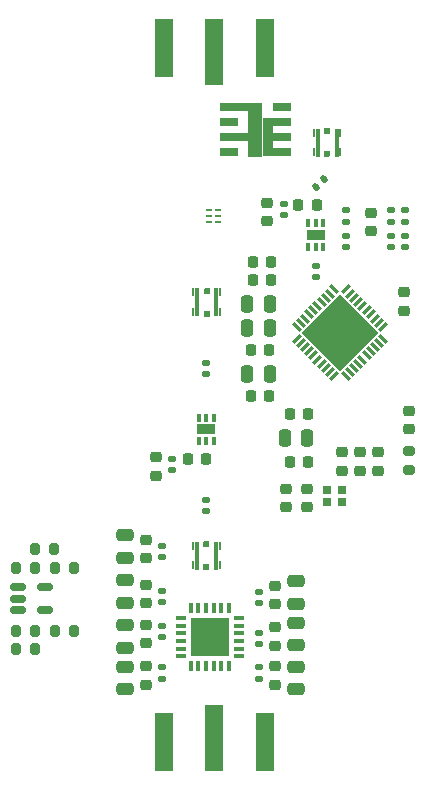
<source format=gtp>
%TF.GenerationSoftware,KiCad,Pcbnew,(6.0.1)*%
%TF.CreationDate,2022-03-10T13:17:56+01:00*%
%TF.ProjectId,XCOMMS_RF,58434f4d-4d53-45f5-9246-2e6b69636164,rev?*%
%TF.SameCoordinates,PX7ed6b40PY82a7440*%
%TF.FileFunction,Paste,Top*%
%TF.FilePolarity,Positive*%
%FSLAX46Y46*%
G04 Gerber Fmt 4.6, Leading zero omitted, Abs format (unit mm)*
G04 Created by KiCad (PCBNEW (6.0.1)) date 2022-03-10 13:17:56*
%MOMM*%
%LPD*%
G01*
G04 APERTURE LIST*
G04 Aperture macros list*
%AMRoundRect*
0 Rectangle with rounded corners*
0 $1 Rounding radius*
0 $2 $3 $4 $5 $6 $7 $8 $9 X,Y pos of 4 corners*
0 Add a 4 corners polygon primitive as box body*
4,1,4,$2,$3,$4,$5,$6,$7,$8,$9,$2,$3,0*
0 Add four circle primitives for the rounded corners*
1,1,$1+$1,$2,$3*
1,1,$1+$1,$4,$5*
1,1,$1+$1,$6,$7*
1,1,$1+$1,$8,$9*
0 Add four rect primitives between the rounded corners*
20,1,$1+$1,$2,$3,$4,$5,0*
20,1,$1+$1,$4,$5,$6,$7,0*
20,1,$1+$1,$6,$7,$8,$9,0*
20,1,$1+$1,$8,$9,$2,$3,0*%
%AMRotRect*
0 Rectangle, with rotation*
0 The origin of the aperture is its center*
0 $1 length*
0 $2 width*
0 $3 Rotation angle, in degrees counterclockwise*
0 Add horizontal line*
21,1,$1,$2,0,0,$3*%
%AMOutline5P*
0 Free polygon, 5 corners , with rotation*
0 The origin of the aperture is its center*
0 number of corners: always 5*
0 $1 to $10 corner X, Y*
0 $11 Rotation angle, in degrees counterclockwise*
0 create outline with 5 corners*
4,1,5,$1,$2,$3,$4,$5,$6,$7,$8,$9,$10,$1,$2,$11*%
%AMOutline6P*
0 Free polygon, 6 corners , with rotation*
0 The origin of the aperture is its center*
0 number of corners: always 6*
0 $1 to $12 corner X, Y*
0 $13 Rotation angle, in degrees counterclockwise*
0 create outline with 6 corners*
4,1,6,$1,$2,$3,$4,$5,$6,$7,$8,$9,$10,$11,$12,$1,$2,$13*%
%AMOutline7P*
0 Free polygon, 7 corners , with rotation*
0 The origin of the aperture is its center*
0 number of corners: always 7*
0 $1 to $14 corner X, Y*
0 $15 Rotation angle, in degrees counterclockwise*
0 create outline with 7 corners*
4,1,7,$1,$2,$3,$4,$5,$6,$7,$8,$9,$10,$11,$12,$13,$14,$1,$2,$15*%
%AMOutline8P*
0 Free polygon, 8 corners , with rotation*
0 The origin of the aperture is its center*
0 number of corners: always 8*
0 $1 to $16 corner X, Y*
0 $17 Rotation angle, in degrees counterclockwise*
0 create outline with 8 corners*
4,1,8,$1,$2,$3,$4,$5,$6,$7,$8,$9,$10,$11,$12,$13,$14,$15,$16,$1,$2,$17*%
G04 Aperture macros list end*
%ADD10C,0.000000*%
%ADD11RoundRect,0.225000X-0.250000X0.225000X-0.250000X-0.225000X0.250000X-0.225000X0.250000X0.225000X0*%
%ADD12RoundRect,0.250000X0.475000X-0.250000X0.475000X0.250000X-0.475000X0.250000X-0.475000X-0.250000X0*%
%ADD13RoundRect,0.250000X-0.475000X0.250000X-0.475000X-0.250000X0.475000X-0.250000X0.475000X0.250000X0*%
%ADD14RoundRect,0.135000X0.185000X-0.135000X0.185000X0.135000X-0.185000X0.135000X-0.185000X-0.135000X0*%
%ADD15R,1.500000X0.900000*%
%ADD16R,0.300000X0.700000*%
%ADD17RoundRect,0.140000X-0.170000X0.140000X-0.170000X-0.140000X0.170000X-0.140000X0.170000X0.140000X0*%
%ADD18R,3.250000X3.250000*%
%ADD19R,0.850000X0.350000*%
%ADD20R,0.350000X0.850000*%
%ADD21R,0.550000X0.250000*%
%ADD22RoundRect,0.225000X0.250000X-0.225000X0.250000X0.225000X-0.250000X0.225000X-0.250000X-0.225000X0*%
%ADD23RoundRect,0.140000X0.170000X-0.140000X0.170000X0.140000X-0.170000X0.140000X-0.170000X-0.140000X0*%
%ADD24R,0.250000X0.750000*%
%ADD25Outline5P,-0.125000X0.325000X-0.075000X0.375000X0.125000X0.375000X0.125000X-0.375000X-0.125000X-0.375000X0.000000*%
%ADD26Outline5P,-0.125000X0.375000X0.075000X0.375000X0.125000X0.325000X0.125000X-0.375000X-0.125000X-0.375000X0.000000*%
%ADD27Outline5P,-0.210000X1.116000X-0.126000X1.200000X0.210000X1.200000X0.210000X-1.200000X-0.210000X-1.200000X0.000000*%
%ADD28R,0.480000X0.500000*%
%ADD29Outline5P,-0.210000X1.200000X0.126000X1.200000X0.210000X1.116000X0.210000X-1.200000X-0.210000X-1.200000X0.000000*%
%ADD30Outline5P,-0.240000X0.154000X-0.144000X0.250000X0.240000X0.250000X0.240000X-0.250000X-0.240000X-0.250000X0.000000*%
%ADD31RoundRect,0.250000X-0.250000X-0.475000X0.250000X-0.475000X0.250000X0.475000X-0.250000X0.475000X0*%
%ADD32RoundRect,0.225000X-0.225000X-0.250000X0.225000X-0.250000X0.225000X0.250000X-0.225000X0.250000X0*%
%ADD33RoundRect,0.200000X0.200000X0.275000X-0.200000X0.275000X-0.200000X-0.275000X0.200000X-0.275000X0*%
%ADD34R,1.600000X4.900000*%
%ADD35R,1.500000X5.600000*%
%ADD36RoundRect,0.200000X-0.275000X0.200000X-0.275000X-0.200000X0.275000X-0.200000X0.275000X0.200000X0*%
%ADD37R,0.800000X0.700000*%
%ADD38RoundRect,0.200000X-0.200000X-0.275000X0.200000X-0.275000X0.200000X0.275000X-0.200000X0.275000X0*%
%ADD39Outline5P,-0.125000X0.325000X-0.075000X0.375000X0.125000X0.375000X0.125000X-0.375000X-0.125000X-0.375000X180.000000*%
%ADD40Outline5P,-0.125000X0.375000X0.075000X0.375000X0.125000X0.325000X0.125000X-0.375000X-0.125000X-0.375000X180.000000*%
%ADD41Outline5P,-0.210000X1.116000X-0.126000X1.200000X0.210000X1.200000X0.210000X-1.200000X-0.210000X-1.200000X180.000000*%
%ADD42Outline5P,-0.210000X1.200000X0.126000X1.200000X0.210000X1.116000X0.210000X-1.200000X-0.210000X-1.200000X180.000000*%
%ADD43Outline5P,-0.240000X0.154000X-0.144000X0.250000X0.240000X0.250000X0.240000X-0.250000X-0.240000X-0.250000X180.000000*%
%ADD44R,0.870000X3.300000*%
%ADD45R,1.270000X4.570000*%
%ADD46R,1.520000X0.760000*%
%ADD47R,2.390000X0.760000*%
%ADD48RoundRect,0.218750X0.218750X0.256250X-0.218750X0.256250X-0.218750X-0.256250X0.218750X-0.256250X0*%
%ADD49RotRect,4.600000X4.600000X135.000000*%
%ADD50RotRect,0.300000X0.900000X135.000000*%
%ADD51RotRect,0.300000X0.900000X225.000000*%
%ADD52RoundRect,0.140000X0.021213X-0.219203X0.219203X-0.021213X-0.021213X0.219203X-0.219203X0.021213X0*%
%ADD53RoundRect,0.150000X-0.512500X-0.150000X0.512500X-0.150000X0.512500X0.150000X-0.512500X0.150000X0*%
G04 APERTURE END LIST*
D10*
G36*
X21217952Y10604600D02*
G01*
X19792352Y10604600D01*
X19792352Y12030201D01*
X21217952Y12030201D01*
X21217952Y10604600D01*
G37*
G36*
X21217952Y12230200D02*
G01*
X19792352Y12230200D01*
X19792352Y13655801D01*
X21217952Y13655801D01*
X21217952Y12230200D01*
G37*
G36*
X19592352Y12230200D02*
G01*
X18166752Y12230200D01*
X18166752Y13655801D01*
X19592352Y13655801D01*
X19592352Y12230200D01*
G37*
G36*
X19592352Y10604600D02*
G01*
X18166752Y10604600D01*
X18166752Y12030201D01*
X19592352Y12030201D01*
X19592352Y10604600D01*
G37*
G36*
X33025163Y37900000D02*
G01*
X31051529Y35926366D01*
X29077896Y37900000D01*
X31051529Y39873633D01*
X33025163Y37900000D01*
G37*
D11*
%TO.C,C35*%
X25166456Y11425000D03*
X25166456Y12975000D03*
%TD*%
D12*
%TO.C,C12*%
X12499997Y9650004D03*
X12499997Y7750004D03*
%TD*%
D13*
%TO.C,C25*%
X12500002Y15050007D03*
X12500002Y16950007D03*
%TD*%
D14*
%TO.C,R4*%
X36245798Y48310000D03*
X36245798Y47290000D03*
%TD*%
D15*
%TO.C,U2*%
X19376005Y29727600D03*
D16*
X20026005Y28727600D03*
X19376005Y28727600D03*
X18726005Y28727600D03*
X18726005Y30727600D03*
X19376005Y30727600D03*
X20026005Y30727600D03*
%TD*%
D17*
%TO.C,C2*%
X19400008Y34420005D03*
X19400008Y35380005D03*
%TD*%
%TO.C,C34*%
X23866453Y11520000D03*
X23866453Y12480000D03*
%TD*%
D18*
%TO.C,U3*%
X19692362Y12130201D03*
D19*
X22142362Y13755201D03*
X22142362Y13105201D03*
X22142362Y12455201D03*
X22142362Y11805201D03*
X22142362Y11155201D03*
X22142362Y10505201D03*
D20*
X21317362Y9680201D03*
X20667362Y9680201D03*
X20017362Y9680201D03*
X19367362Y9680201D03*
X18717362Y9680201D03*
X18067362Y9680201D03*
D19*
X17242362Y10505201D03*
X17242362Y11155201D03*
X17242362Y11805201D03*
X17242362Y12455201D03*
X17242362Y13105201D03*
X17242362Y13755201D03*
D20*
X18067362Y14580201D03*
X18717362Y14580201D03*
X19367362Y14580201D03*
X20017362Y14580201D03*
X20667362Y14580201D03*
X21317362Y14580201D03*
%TD*%
D21*
%TO.C,FL1*%
X20408998Y48287000D03*
X20408998Y47787000D03*
X20408998Y47287000D03*
X19608998Y47287000D03*
X19608998Y47787000D03*
X19608998Y48287000D03*
%TD*%
D13*
%TO.C,C28*%
X26966457Y14949997D03*
X26966457Y16849997D03*
%TD*%
D12*
%TO.C,C20*%
X26999998Y9650000D03*
X26999998Y7750000D03*
%TD*%
D22*
%TO.C,C3*%
X15106798Y27356200D03*
X15106798Y25806200D03*
%TD*%
D11*
%TO.C,C16*%
X14300000Y18825005D03*
X14300000Y20375005D03*
%TD*%
%TO.C,C27*%
X25166456Y14925000D03*
X25166456Y16475000D03*
%TD*%
D23*
%TO.C,C42*%
X25920991Y48821315D03*
X25920991Y47861315D03*
%TD*%
D24*
%TO.C,TP1*%
X18288998Y39669211D03*
D25*
X18288999Y41319211D03*
D26*
X20538997Y41319211D03*
D24*
X20538998Y39669211D03*
D27*
X20203999Y40494211D03*
D28*
X19413998Y39534211D03*
D29*
X18623997Y40494211D03*
D30*
X19413998Y41454211D03*
%TD*%
D22*
%TO.C,C47*%
X36137998Y41323000D03*
X36137998Y39773000D03*
%TD*%
D31*
%TO.C,C9*%
X24750000Y40370200D03*
X22850000Y40370200D03*
%TD*%
D17*
%TO.C,C15*%
X15599998Y18920006D03*
X15599998Y19880006D03*
%TD*%
D32*
%TO.C,C13*%
X24875000Y42399998D03*
X23325000Y42399998D03*
%TD*%
D23*
%TO.C,C31*%
X15599996Y13080002D03*
X15599996Y12120002D03*
%TD*%
D32*
%TO.C,C7*%
X28022998Y31023000D03*
X26472998Y31023000D03*
%TD*%
D33*
%TO.C,R10*%
X3232798Y11160200D03*
X4882798Y11160200D03*
%TD*%
%TO.C,R7*%
X4850078Y19593000D03*
X6500078Y19593000D03*
%TD*%
D31*
%TO.C,C6*%
X24768998Y34452000D03*
X22868998Y34452000D03*
%TD*%
D14*
%TO.C,R1*%
X31184998Y48297000D03*
X31184998Y47277000D03*
%TD*%
D34*
%TO.C,J1*%
X15799798Y62050200D03*
X24319798Y62050200D03*
D35*
X20059798Y61700200D03*
%TD*%
D17*
%TO.C,C1*%
X19387206Y22831611D03*
X19387206Y23791611D03*
%TD*%
D36*
%TO.C,R2*%
X36569798Y26261000D03*
X36569798Y27911000D03*
%TD*%
D37*
%TO.C,Y1*%
X29569787Y24606198D03*
X30869787Y24606198D03*
X30869787Y23606197D03*
X29569787Y23606197D03*
%TD*%
D22*
%TO.C,C43*%
X32400005Y27774993D03*
X32400005Y26224993D03*
%TD*%
%TO.C,C39*%
X30900003Y27774996D03*
X30900003Y26224996D03*
%TD*%
%TO.C,C32*%
X14299996Y13175002D03*
X14299996Y11625002D03*
%TD*%
D38*
%TO.C,R9*%
X4882798Y12684200D03*
X3232798Y12684200D03*
%TD*%
D11*
%TO.C,C49*%
X27933798Y23124997D03*
X27933798Y24674997D03*
%TD*%
D22*
%TO.C,C46*%
X36569798Y31290000D03*
X36569798Y29740000D03*
%TD*%
D11*
%TO.C,C24*%
X14300000Y15025005D03*
X14300000Y16575005D03*
%TD*%
D32*
%TO.C,C37*%
X28009998Y26959000D03*
X26459998Y26959000D03*
%TD*%
D24*
%TO.C,TP3*%
X30745998Y54838000D03*
D39*
X30745997Y53188000D03*
D40*
X28495999Y53188000D03*
D24*
X28495998Y54838000D03*
D41*
X28830997Y54013000D03*
D28*
X29620998Y54973000D03*
D42*
X30410999Y54013000D03*
D43*
X29620998Y53053000D03*
%TD*%
D38*
%TO.C,R5*%
X8184798Y12684200D03*
X6534798Y12684200D03*
%TD*%
D22*
%TO.C,C11*%
X14299998Y9675004D03*
X14299998Y8125004D03*
%TD*%
D44*
%TO.C,U1*%
X24609598Y54467200D03*
D45*
X23539598Y55102200D03*
D46*
X25804598Y57007200D03*
X25804598Y55737200D03*
X25804598Y54467200D03*
X25804598Y53197200D03*
X21274598Y53197200D03*
D47*
X21709598Y54467200D03*
D46*
X21274598Y55737200D03*
D47*
X21709598Y57007200D03*
%TD*%
D17*
%TO.C,C23*%
X15599998Y15120006D03*
X15599998Y16080006D03*
%TD*%
D23*
%TO.C,C4*%
X16503798Y27261200D03*
X16503798Y26301200D03*
%TD*%
%TO.C,C18*%
X23866453Y9580000D03*
X23866453Y8620000D03*
%TD*%
D22*
%TO.C,C45*%
X33899995Y27774998D03*
X33899995Y26224998D03*
%TD*%
D24*
%TO.C,TP2*%
X18263598Y18206211D03*
D25*
X18263599Y19856211D03*
D26*
X20513597Y19856211D03*
D24*
X20513598Y18206211D03*
D27*
X20178599Y19031211D03*
D28*
X19388598Y18071211D03*
D29*
X18598597Y19031211D03*
D30*
X19388598Y19991211D03*
%TD*%
D22*
%TO.C,C19*%
X25166453Y9675000D03*
X25166453Y8125000D03*
%TD*%
D11*
%TO.C,C38*%
X33343998Y46504000D03*
X33343998Y48054000D03*
%TD*%
D31*
%TO.C,C8*%
X24750000Y38338200D03*
X22850000Y38338200D03*
%TD*%
D15*
%TO.C,U5*%
X28642991Y46212200D03*
D16*
X27992991Y47212200D03*
X28642991Y47212200D03*
X29292991Y47212200D03*
X29292991Y45212200D03*
X28642991Y45212200D03*
X27992991Y45212200D03*
%TD*%
D23*
%TO.C,C10*%
X15599998Y9580003D03*
X15599998Y8620003D03*
%TD*%
D17*
%TO.C,C30*%
X31184998Y45148000D03*
X31184998Y46108000D03*
%TD*%
D32*
%TO.C,C5*%
X24720998Y32547000D03*
X23170998Y32547000D03*
%TD*%
D17*
%TO.C,C44*%
X35045798Y45148000D03*
X35045798Y46108000D03*
%TD*%
D48*
%TO.C,L1*%
X17824498Y27213000D03*
X19399498Y27213000D03*
%TD*%
D49*
%TO.C,U4*%
X30700010Y37899999D03*
D50*
X30205035Y34223044D03*
X29851482Y34576597D03*
X29497928Y34930151D03*
X29144375Y35283704D03*
X28790822Y35637257D03*
X28437268Y35990811D03*
X28083715Y36344364D03*
X27730162Y36697917D03*
X27376608Y37051471D03*
X27023055Y37405024D03*
D51*
X27023055Y38394974D03*
X27376608Y38748527D03*
X27730162Y39102081D03*
X28083715Y39455634D03*
X28437268Y39809187D03*
X28790822Y40162741D03*
X29144375Y40516294D03*
X29497928Y40869847D03*
X29851482Y41223401D03*
X30205035Y41576954D03*
D50*
X31194985Y41576954D03*
X31548538Y41223401D03*
X31902092Y40869847D03*
X32255645Y40516294D03*
X32609198Y40162741D03*
X32962752Y39809187D03*
X33316305Y39455634D03*
X33669858Y39102081D03*
X34023412Y38748527D03*
X34376965Y38394974D03*
D51*
X34376965Y37405024D03*
X34023412Y37051471D03*
X33669858Y36697917D03*
X33316305Y36344364D03*
X32962752Y35990811D03*
X32609198Y35637257D03*
X32255645Y35283704D03*
X31902092Y34930151D03*
X31548538Y34576597D03*
X31194985Y34223044D03*
%TD*%
D17*
%TO.C,C48*%
X36245798Y45148000D03*
X36245798Y46108000D03*
%TD*%
D34*
%TO.C,J2*%
X24319798Y3239700D03*
X15799798Y3239700D03*
D35*
X20059798Y3589700D03*
%TD*%
D32*
%TO.C,C40*%
X24720998Y36484000D03*
X23170998Y36484000D03*
%TD*%
D22*
%TO.C,C51*%
X26155798Y24675002D03*
X26155798Y23125002D03*
%TD*%
D12*
%TO.C,C33*%
X12499997Y13149997D03*
X12499997Y11249997D03*
%TD*%
D23*
%TO.C,C29*%
X28644998Y43568000D03*
X28644998Y42608000D03*
%TD*%
D38*
%TO.C,R6*%
X8184798Y18018200D03*
X6534798Y18018200D03*
%TD*%
D33*
%TO.C,R8*%
X3232798Y18018200D03*
X4882798Y18018200D03*
%TD*%
D13*
%TO.C,C17*%
X12500000Y18850002D03*
X12500000Y20750002D03*
%TD*%
D31*
%TO.C,C21*%
X27943998Y28991000D03*
X26043998Y28991000D03*
%TD*%
D14*
%TO.C,R3*%
X35045798Y48310000D03*
X35045798Y47290000D03*
%TD*%
D22*
%TO.C,C41*%
X24520991Y48916313D03*
X24520991Y47366313D03*
%TD*%
D32*
%TO.C,C14*%
X24875000Y43900000D03*
X23325000Y43900000D03*
%TD*%
D48*
%TO.C,L2*%
X27146298Y48752200D03*
X28721298Y48752200D03*
%TD*%
D52*
%TO.C,C22*%
X29365409Y50920411D03*
X28686587Y50241589D03*
%TD*%
D13*
%TO.C,C36*%
X26966455Y11450000D03*
X26966455Y13350000D03*
%TD*%
D53*
%TO.C,U6*%
X5712577Y16349917D03*
X5712577Y14449917D03*
X3437577Y14449917D03*
X3437577Y15399917D03*
X3437577Y16349917D03*
%TD*%
D17*
%TO.C,C26*%
X23866453Y15020000D03*
X23866453Y15980000D03*
%TD*%
M02*

</source>
